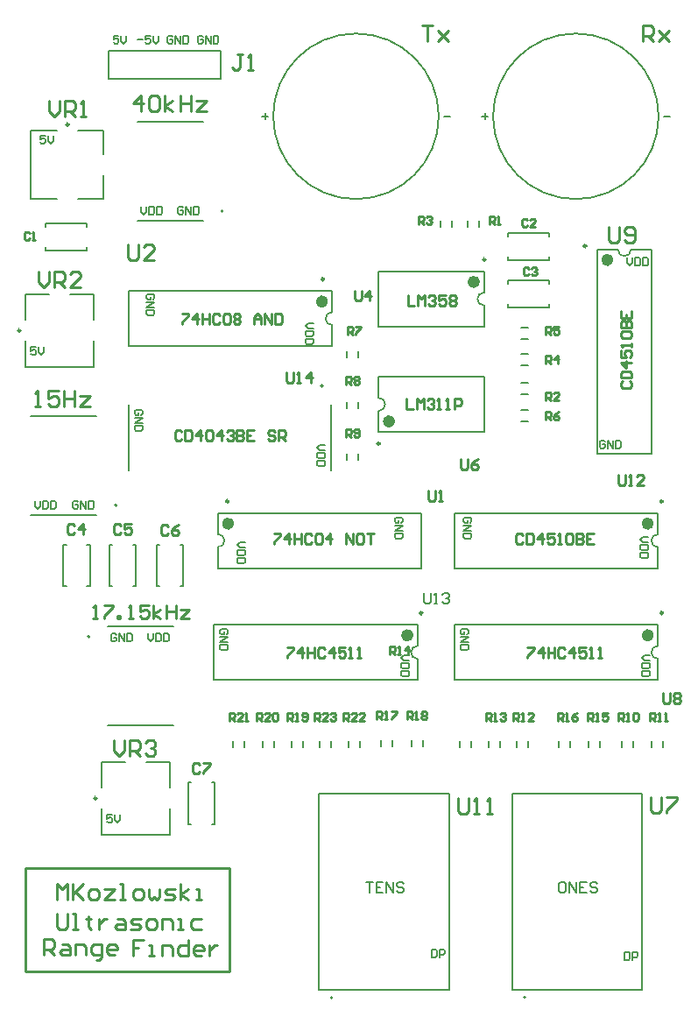
<source format=gbr>
%TF.GenerationSoftware,Altium Limited,Altium Designer,23.5.1 (21)*%
G04 Layer_Color=65535*
%FSLAX45Y45*%
%MOMM*%
%TF.SameCoordinates,7ECB1A03-3DEC-426C-BD6E-5A7E68E82EE6*%
%TF.FilePolarity,Positive*%
%TF.FileFunction,Legend,Top*%
%TF.Part,Single*%
G01*
G75*
%TA.AperFunction,NonConductor*%
%ADD32C,0.20000*%
%ADD33C,0.25000*%
%ADD34C,0.60000*%
%ADD35C,0.12700*%
%ADD36C,0.15000*%
%ADD37C,0.25400*%
%ADD38C,0.15200*%
%ADD39C,0.15240*%
D32*
X6496800Y3543300D02*
G03*
X6496800Y3416300I0J-63500D01*
G01*
X2240800Y4495800D02*
G03*
X2240800Y4622800I0J63500D01*
G01*
X3256700Y6056700D02*
G03*
X3256700Y6056700I-10000J0D01*
G01*
X1266100Y4902200D02*
G03*
X1266100Y4902200I-10000J0D01*
G01*
X3350100Y143400D02*
G03*
X3350100Y143400I-10000J0D01*
G01*
X5217000D02*
G03*
X5217000Y143400I-10000J0D01*
G01*
X1001800Y3632200D02*
G03*
X1001800Y3632200I-10000J0D01*
G01*
X2291500Y7747000D02*
G03*
X2291500Y7747000I-10000J0D01*
G01*
X4172700Y3543300D02*
G03*
X4172700Y3416300I0J-63500D01*
G01*
X3347200Y6769100D02*
G03*
X3347200Y6642100I0J-63500D01*
G01*
X6108700Y7373100D02*
G03*
X6235700Y7373100I63500J0D01*
G01*
X6496800Y4622800D02*
G03*
X6496800Y4495800I0J-63500D01*
G01*
X3795300Y5813725D02*
G03*
X3795300Y5940725I0J63500D01*
G01*
X4815300Y6959600D02*
G03*
X4815300Y6832600I0J-63500D01*
G01*
X4526800Y3744800D02*
X6496800D01*
X4526800Y3214800D02*
X6496800D01*
Y3543300D02*
Y3744800D01*
Y3214800D02*
Y3416300D01*
X4526800Y3214800D02*
Y3744800D01*
X4210800Y4294300D02*
Y4824300D01*
X2240800Y4294300D02*
Y4495800D01*
Y4622800D02*
Y4824300D01*
Y4294300D02*
X4210800D01*
X2240800Y4824300D02*
X4210800D01*
X2180300Y2221300D02*
X2212800D01*
X1952800D02*
X1985300D01*
X1952800Y1821300D02*
Y2221300D01*
X2180300Y1821300D02*
X2212800D01*
X1952800D02*
X1985300D01*
X2212800D02*
Y2221300D01*
X2202700Y3744800D02*
X4172700D01*
X2202700Y3214800D02*
X4172700D01*
Y3543300D02*
Y3744800D01*
Y3214800D02*
Y3416300D01*
X2202700Y3214800D02*
Y3744800D01*
X1377200Y6970600D02*
X3347200D01*
X1377200Y6440600D02*
X3347200D01*
Y6769100D02*
Y6970600D01*
Y6440600D02*
Y6642100D01*
X1377200Y6440600D02*
Y6970600D01*
X381200Y6238300D02*
X1041200D01*
X381200D02*
Y6488800D01*
Y6693800D02*
Y6937300D01*
X1041200Y6693800D02*
Y6937300D01*
Y6238300D02*
Y6488800D01*
X381200Y6937300D02*
X608700D01*
X813700D02*
X1041200D01*
X434400Y7861500D02*
Y8521500D01*
X684900D01*
X889900D02*
X1133400D01*
X889900Y7861500D02*
X1133400D01*
X434400D02*
X684900D01*
X1133400Y8294000D02*
Y8521500D01*
Y7861500D02*
Y8089000D01*
X1117800Y1717100D02*
X1777800D01*
X1117800D02*
Y1967600D01*
Y2172600D02*
Y2416100D01*
X1777800Y2172600D02*
Y2416100D01*
Y1717100D02*
Y1967600D01*
X1117800Y2416100D02*
X1345300D01*
X1550300D02*
X1777800D01*
X5907200Y5403100D02*
Y7373100D01*
X6437200Y5403100D02*
Y7373100D01*
X5907200D02*
X6108700D01*
X6235700D02*
X6437200D01*
X5907200Y5403100D02*
X6437200D01*
X5045100Y7501600D02*
Y7534100D01*
Y7274100D02*
Y7306600D01*
Y7274100D02*
X5445100D01*
Y7501600D02*
Y7534100D01*
Y7274100D02*
Y7306600D01*
X5045100Y7534100D02*
X5445100D01*
X5045100Y7044400D02*
Y7076900D01*
Y6816900D02*
Y6849400D01*
Y6816900D02*
X5445100D01*
Y7044400D02*
Y7076900D01*
Y6816900D02*
Y6849400D01*
X5045100Y7076900D02*
X5445100D01*
X4526800Y4824300D02*
X6496800D01*
X4526800Y4294300D02*
X6496800D01*
Y4622800D02*
Y4824300D01*
Y4294300D02*
Y4495800D01*
X4526800Y4294300D02*
Y4824300D01*
X4815300Y5612226D02*
Y6142225D01*
X3795300Y5940725D02*
Y6142225D01*
Y5612226D02*
Y5813725D01*
Y6142225D02*
X4815300D01*
X3795300Y5612226D02*
X4815300D01*
X3795300Y6631100D02*
Y7161100D01*
X4815300Y6631100D02*
Y6832600D01*
Y6959600D02*
Y7161100D01*
X3795300Y6631100D02*
X4815300D01*
X3795300Y7161100D02*
X4815300D01*
X1875500Y4520000D02*
X1908000D01*
X1648000D02*
X1680500D01*
X1648000Y4120000D02*
Y4520000D01*
X1875500Y4120000D02*
X1908000D01*
X1648000D02*
X1680500D01*
X1908000D02*
Y4520000D01*
X1418300D02*
X1450800D01*
X1190800D02*
X1223300D01*
X1190800Y4120000D02*
Y4520000D01*
X1418300Y4120000D02*
X1450800D01*
X1190800D02*
X1223300D01*
X1450800D02*
Y4520000D01*
X973800D02*
X1006300D01*
X746300D02*
X778800D01*
X746300Y4120000D02*
Y4520000D01*
X973800Y4120000D02*
X1006300D01*
X746300D02*
X778800D01*
X1006300D02*
Y4520000D01*
X974700Y7363000D02*
Y7395500D01*
Y7590500D02*
Y7623000D01*
X574700D02*
X974700D01*
X574700Y7363000D02*
Y7395500D01*
Y7590500D02*
Y7623000D01*
Y7363000D02*
X974700D01*
X1181700Y9291700D02*
X2272700D01*
Y9021700D02*
Y9291700D01*
X1181700Y9021700D02*
X2272700D01*
X1181700D02*
Y9291700D01*
X4231140Y4050484D02*
Y3967177D01*
X4247802Y3950516D01*
X4281124D01*
X4297785Y3967177D01*
Y4050484D01*
X4331108Y3950516D02*
X4364431D01*
X4347770D01*
Y4050484D01*
X4331108Y4033823D01*
X4414415D02*
X4431076Y4050484D01*
X4464398D01*
X4481060Y4033823D01*
Y4017161D01*
X4464398Y4000500D01*
X4447737D01*
X4464398D01*
X4481060Y3983839D01*
Y3967177D01*
X4464398Y3950516D01*
X4431076D01*
X4414415Y3967177D01*
D33*
X6543300Y3860800D02*
G03*
X6543300Y3860800I-12500J0D01*
G01*
X2346300Y4940300D02*
G03*
X2346300Y4940300I-12500J0D01*
G01*
X4219200Y3860800D02*
G03*
X4219200Y3860800I-12500J0D01*
G01*
X3266700Y7086600D02*
G03*
X3266700Y7086600I-12500J0D01*
G01*
X333700Y6591300D02*
G03*
X333700Y6591300I-12500J0D01*
G01*
X799900Y8581500D02*
G03*
X799900Y8581500I-12500J0D01*
G01*
X1070300Y2070100D02*
G03*
X1070300Y2070100I-12500J0D01*
G01*
X5803700Y7407100D02*
G03*
X5803700Y7407100I-12500J0D01*
G01*
X6543300Y4940300D02*
G03*
X6543300Y4940300I-12500J0D01*
G01*
X3806800Y5496225D02*
G03*
X3806800Y5496225I-12500J0D01*
G01*
X4828800Y7277100D02*
G03*
X4828800Y7277100I-12500J0D01*
G01*
D34*
X6426800Y3644800D02*
G03*
X6426800Y3644800I-30000J0D01*
G01*
X2370800Y4724300D02*
G03*
X2370800Y4724300I-30000J0D01*
G01*
X4102700Y3644800D02*
G03*
X4102700Y3644800I-30000J0D01*
G01*
X3277200Y6870600D02*
G03*
X3277200Y6870600I-30000J0D01*
G01*
X6037200Y7273100D02*
G03*
X6037200Y7273100I-30000J0D01*
G01*
X6426800Y4724300D02*
G03*
X6426800Y4724300I-30000J0D01*
G01*
X3925300Y5712226D02*
G03*
X3925300Y5712226I-30000J0D01*
G01*
X4745300Y7061100D02*
G03*
X4745300Y7061100I-30000J0D01*
G01*
D35*
X4376700Y8661400D02*
G03*
X4376700Y8661400I-800000J0D01*
G01*
X6502300D02*
G03*
X6502300Y8661400I-800000J0D01*
G01*
X1380200Y5235700D02*
Y5870700D01*
X3335200Y5235700D02*
Y5870700D01*
X435100Y5762700D02*
X1070100D01*
X435100Y4803700D02*
X1070100D01*
X3218100Y218400D02*
X4478100D01*
Y2118400D01*
X3218100D02*
X4478100D01*
X3218100Y218400D02*
Y2118400D01*
X5085000Y218400D02*
X6345000D01*
Y2118400D01*
X5085000D02*
X6345000D01*
X5085000Y218400D02*
Y2118400D01*
X1177800Y2771700D02*
X1812800D01*
X1177800Y3730700D02*
X1812800D01*
X1460500Y8607500D02*
X2095500D01*
X1460500Y7648500D02*
X2095500D01*
X4426700Y8661400D02*
X4486700D01*
X2666700D02*
X2726700D01*
X2696700Y8631400D02*
Y8691400D01*
X6552300Y8661400D02*
X6612300D01*
X4792300D02*
X4852300D01*
X4822300Y8631400D02*
Y8691400D01*
X6172200Y584175D02*
Y508000D01*
X6210288D01*
X6222983Y520696D01*
Y571479D01*
X6210288Y584175D01*
X6172200D01*
X6248375Y508000D02*
Y584175D01*
X6286463D01*
X6299159Y571479D01*
Y546088D01*
X6286463Y533392D01*
X6248375D01*
X4305300Y609575D02*
Y533400D01*
X4343388D01*
X4356083Y546096D01*
Y596879D01*
X4343388Y609575D01*
X4305300D01*
X4381475Y533400D02*
Y609575D01*
X4419563D01*
X4432259Y596879D01*
Y571488D01*
X4419563Y558792D01*
X4381475D01*
D36*
X5177000Y5710800D02*
X5237000D01*
X5177000Y5820800D02*
X5237000D01*
X4690500Y2560800D02*
Y2620800D01*
X4580500Y2560800D02*
Y2620800D01*
X4969900Y2560800D02*
Y2620800D01*
X4859900Y2560800D02*
Y2620800D01*
X5236600Y2560800D02*
Y2620800D01*
X5126600Y2560800D02*
Y2620800D01*
X5935100Y2560800D02*
Y2620800D01*
X5825100Y2560800D02*
Y2620800D01*
X5643000Y2560800D02*
Y2620800D01*
X5533000Y2560800D02*
Y2620800D01*
X3598300Y5341000D02*
Y5401000D01*
X3488300Y5341000D02*
Y5401000D01*
X3598300Y5837400D02*
Y5897400D01*
X3488300Y5837400D02*
Y5897400D01*
X3598300Y6332700D02*
Y6392700D01*
X3488300Y6332700D02*
Y6392700D01*
X5176900Y6366900D02*
X5236900D01*
X5176900Y6256900D02*
X5236900D01*
X5176900Y6620900D02*
X5236900D01*
X5176900Y6510900D02*
X5236900D01*
X4766700Y7590000D02*
Y7650000D01*
X4656700Y7590000D02*
Y7650000D01*
X4500000Y7590000D02*
Y7650000D01*
X4390000Y7590000D02*
Y7650000D01*
X5177000Y5977500D02*
X5237000D01*
X5177000Y6087500D02*
X5237000D01*
X6544700Y2560800D02*
Y2620800D01*
X6434700Y2560800D02*
Y2620800D01*
X6252600Y2560800D02*
Y2620800D01*
X6142600Y2560800D02*
Y2620800D01*
X3331600Y2560900D02*
Y2620900D01*
X3221600Y2560900D02*
Y2620900D01*
X2493400Y2560900D02*
Y2620900D01*
X2383400Y2560900D02*
Y2620900D01*
X2785500Y2560900D02*
Y2620900D01*
X2675500Y2560900D02*
Y2620900D01*
X3064900Y2560900D02*
Y2620900D01*
X2954900Y2560900D02*
Y2620900D01*
X3928500Y2573500D02*
Y2633500D01*
X3818500Y2573500D02*
Y2633500D01*
X4220600Y2573500D02*
Y2633500D01*
X4110600Y2573500D02*
Y2633500D01*
X3611000Y2560800D02*
Y2620800D01*
X3501000Y2560800D02*
Y2620800D01*
D37*
X381000Y393700D02*
Y1397000D01*
X2349500Y1397000D01*
X381000Y393700D02*
X2349500Y393700D01*
Y1397000D01*
X6350041Y9385325D02*
Y9537675D01*
X6426217D01*
X6451608Y9512283D01*
Y9461500D01*
X6426217Y9436108D01*
X6350041D01*
X6400825D02*
X6451608Y9385325D01*
X6502392Y9486892D02*
X6603959Y9385325D01*
X6553175Y9436108D01*
X6603959Y9486892D01*
X6502392Y9385325D01*
X5192045Y4608706D02*
X5175384Y4625368D01*
X5142061D01*
X5125400Y4608706D01*
Y4542061D01*
X5142061Y4525400D01*
X5175384D01*
X5192045Y4542061D01*
X5225368Y4625368D02*
Y4525400D01*
X5275352D01*
X5292013Y4542061D01*
Y4608706D01*
X5275352Y4625368D01*
X5225368D01*
X5375319Y4525400D02*
Y4625368D01*
X5325336Y4575384D01*
X5391981D01*
X5491948Y4625368D02*
X5425303D01*
Y4575384D01*
X5458626Y4592045D01*
X5475287D01*
X5491948Y4575384D01*
Y4542061D01*
X5475287Y4525400D01*
X5441965D01*
X5425303Y4542061D01*
X5525271Y4525400D02*
X5558594D01*
X5541933D01*
Y4625368D01*
X5525271Y4608706D01*
X5608578D02*
X5625239Y4625368D01*
X5658561D01*
X5675223Y4608706D01*
Y4542061D01*
X5658561Y4525400D01*
X5625239D01*
X5608578Y4542061D01*
Y4608706D01*
X5708545Y4625368D02*
Y4525400D01*
X5758529D01*
X5775190Y4542061D01*
Y4558722D01*
X5758529Y4575384D01*
X5708545D01*
X5758529D01*
X5775190Y4592045D01*
Y4608706D01*
X5758529Y4625368D01*
X5708545D01*
X5875158D02*
X5808513D01*
Y4525400D01*
X5875158D01*
X5808513Y4575384D02*
X5841836D01*
X4216441Y9537675D02*
X4318008D01*
X4267225D01*
Y9385325D01*
X4368792Y9486892D02*
X4470359Y9385325D01*
X4419575Y9436108D01*
X4470359Y9486892D01*
X4368792Y9385325D01*
X6546094Y3085284D02*
Y3001977D01*
X6562755Y2985316D01*
X6596077D01*
X6612739Y3001977D01*
Y3085284D01*
X6646061Y3068623D02*
X6662723Y3085284D01*
X6696045D01*
X6712706Y3068623D01*
Y3051961D01*
X6696045Y3035300D01*
X6712706Y3018639D01*
Y3001977D01*
X6696045Y2985316D01*
X6662723D01*
X6646061Y3001977D01*
Y3018639D01*
X6662723Y3035300D01*
X6646061Y3051961D01*
Y3068623D01*
X6662723Y3035300D02*
X6696045D01*
X4276755Y5041084D02*
Y4957777D01*
X4293416Y4941116D01*
X4326739D01*
X4343400Y4957777D01*
Y5041084D01*
X4376723Y4941116D02*
X4410045D01*
X4393384D01*
Y5041084D01*
X4376723Y5024423D01*
X2905840Y6184084D02*
Y6100777D01*
X2922502Y6084116D01*
X2955824D01*
X2972485Y6100777D01*
Y6184084D01*
X3005808Y6084116D02*
X3039131D01*
X3022469D01*
Y6184084D01*
X3005808Y6167423D01*
X3139098Y6084116D02*
Y6184084D01*
X3089114Y6134100D01*
X3155760D01*
X473286Y5854725D02*
X524070D01*
X498678D01*
Y6007075D01*
X473286Y5981683D01*
X701812Y6007075D02*
X600245D01*
Y5930900D01*
X651029Y5956292D01*
X676421D01*
X701812Y5930900D01*
Y5880117D01*
X676421Y5854725D01*
X625637D01*
X600245Y5880117D01*
X752596Y6007075D02*
Y5854725D01*
Y5930900D01*
X854163D01*
Y6007075D01*
Y5854725D01*
X904947Y5956292D02*
X1006514D01*
X904947Y5854725D01*
X1006514D01*
X685800Y1092200D02*
Y1244551D01*
X736583Y1193767D01*
X787367Y1244551D01*
Y1092200D01*
X838151Y1244551D02*
Y1092200D01*
Y1142983D01*
X939718Y1244551D01*
X863543Y1168375D01*
X939718Y1092200D01*
X1015893D02*
X1066677D01*
X1092069Y1117592D01*
Y1168375D01*
X1066677Y1193767D01*
X1015893D01*
X990501Y1168375D01*
Y1117592D01*
X1015893Y1092200D01*
X1142852Y1193767D02*
X1244419D01*
X1142852Y1092200D01*
X1244419D01*
X1295203D02*
X1345986D01*
X1320595D01*
Y1244551D01*
X1295203D01*
X1447554Y1092200D02*
X1498337D01*
X1523729Y1117592D01*
Y1168375D01*
X1498337Y1193767D01*
X1447554D01*
X1422162Y1168375D01*
Y1117592D01*
X1447554Y1092200D01*
X1574512Y1193767D02*
Y1117592D01*
X1599904Y1092200D01*
X1625296Y1117592D01*
X1650688Y1092200D01*
X1676080Y1117592D01*
Y1193767D01*
X1726863Y1092200D02*
X1803039D01*
X1828430Y1117592D01*
X1803039Y1142983D01*
X1752255D01*
X1726863Y1168375D01*
X1752255Y1193767D01*
X1828430D01*
X1879214Y1092200D02*
Y1244551D01*
Y1142983D02*
X1955389Y1193767D01*
X1879214Y1142983D02*
X1955389Y1092200D01*
X2031565D02*
X2082348D01*
X2056957D01*
Y1193767D01*
X2031565D01*
X558800Y558783D02*
Y711134D01*
X634975D01*
X660367Y685742D01*
Y634959D01*
X634975Y609567D01*
X558800D01*
X609583D02*
X660367Y558783D01*
X736543Y660351D02*
X787326D01*
X812718Y634959D01*
Y558783D01*
X736543D01*
X711151Y584175D01*
X736543Y609567D01*
X812718D01*
X863501Y558783D02*
Y660351D01*
X939677D01*
X965069Y634959D01*
Y558783D01*
X1066636Y508000D02*
X1092028D01*
X1117419Y533392D01*
Y660351D01*
X1041244D01*
X1015852Y634959D01*
Y584175D01*
X1041244Y558783D01*
X1117419D01*
X1244378D02*
X1193595D01*
X1168203Y584175D01*
Y634959D01*
X1193595Y660351D01*
X1244378D01*
X1269770Y634959D01*
Y609567D01*
X1168203D01*
X685800Y952451D02*
Y825492D01*
X711192Y800100D01*
X761975D01*
X787367Y825492D01*
Y952451D01*
X838151Y800100D02*
X888934D01*
X863543D01*
Y952451D01*
X838151D01*
X990501Y927059D02*
Y901667D01*
X965110D01*
X1015893D01*
X990501D01*
Y825492D01*
X1015893Y800100D01*
X1092068Y901667D02*
Y800100D01*
Y850883D01*
X1117460Y876275D01*
X1142852Y901667D01*
X1168244D01*
X1269811D02*
X1320595D01*
X1345986Y876275D01*
Y800100D01*
X1269811D01*
X1244419Y825492D01*
X1269811Y850883D01*
X1345986D01*
X1396770Y800100D02*
X1472945D01*
X1498337Y825492D01*
X1472945Y850883D01*
X1422162D01*
X1396770Y876275D01*
X1422162Y901667D01*
X1498337D01*
X1574512Y800100D02*
X1625296D01*
X1650688Y825492D01*
Y876275D01*
X1625296Y901667D01*
X1574512D01*
X1549121Y876275D01*
Y825492D01*
X1574512Y800100D01*
X1701471D02*
Y901667D01*
X1777647D01*
X1803039Y876275D01*
Y800100D01*
X1853822D02*
X1904606D01*
X1879214D01*
Y901667D01*
X1853822D01*
X2082348D02*
X2006173D01*
X1980781Y876275D01*
Y825492D01*
X2006173Y800100D01*
X2082348D01*
X1523967Y698451D02*
X1422400D01*
Y622275D01*
X1473183D01*
X1422400D01*
Y546100D01*
X1574751D02*
X1625534D01*
X1600143D01*
Y647667D01*
X1574751D01*
X1701710Y546100D02*
Y647667D01*
X1777885D01*
X1803277Y622275D01*
Y546100D01*
X1955628Y698451D02*
Y546100D01*
X1879452D01*
X1854060Y571492D01*
Y622275D01*
X1879452Y647667D01*
X1955628D01*
X2082586Y546100D02*
X2031803D01*
X2006411Y571492D01*
Y622275D01*
X2031803Y647667D01*
X2082586D01*
X2107978Y622275D01*
Y596883D01*
X2006411D01*
X2158762Y647667D02*
Y546100D01*
Y596883D01*
X2184154Y622275D01*
X2209545Y647667D01*
X2234937D01*
X2908300Y3528968D02*
X2974945D01*
Y3512306D01*
X2908300Y3445661D01*
Y3429000D01*
X3058252D02*
Y3528968D01*
X3008268Y3478984D01*
X3074913D01*
X3108236Y3528968D02*
Y3429000D01*
Y3478984D01*
X3174881D01*
Y3528968D01*
Y3429000D01*
X3274848Y3512306D02*
X3258187Y3528968D01*
X3224865D01*
X3208203Y3512306D01*
Y3445661D01*
X3224865Y3429000D01*
X3258187D01*
X3274848Y3445661D01*
X3358155Y3429000D02*
Y3528968D01*
X3308171Y3478984D01*
X3374816D01*
X3474784Y3528968D02*
X3408139D01*
Y3478984D01*
X3441461Y3495645D01*
X3458123D01*
X3474784Y3478984D01*
Y3445661D01*
X3458123Y3429000D01*
X3424800D01*
X3408139Y3445661D01*
X3508107Y3429000D02*
X3541429D01*
X3524768D01*
Y3528968D01*
X3508107Y3512306D01*
X3591413Y3429000D02*
X3624736D01*
X3608075D01*
Y3528968D01*
X3591413Y3512306D01*
X5232400Y3528968D02*
X5299045D01*
Y3512306D01*
X5232400Y3445661D01*
Y3429000D01*
X5382352D02*
Y3528968D01*
X5332368Y3478984D01*
X5399013D01*
X5432336Y3528968D02*
Y3429000D01*
Y3478984D01*
X5498981D01*
Y3528968D01*
Y3429000D01*
X5598948Y3512306D02*
X5582287Y3528968D01*
X5548965D01*
X5532303Y3512306D01*
Y3445661D01*
X5548965Y3429000D01*
X5582287D01*
X5598948Y3445661D01*
X5682255Y3429000D02*
Y3528968D01*
X5632271Y3478984D01*
X5698916D01*
X5798884Y3528968D02*
X5732239D01*
Y3478984D01*
X5765561Y3495645D01*
X5782223D01*
X5798884Y3478984D01*
Y3445661D01*
X5782223Y3429000D01*
X5748900D01*
X5732239Y3445661D01*
X5832207Y3429000D02*
X5865529D01*
X5848868D01*
Y3528968D01*
X5832207Y3512306D01*
X5915513Y3429000D02*
X5948836D01*
X5932175D01*
Y3528968D01*
X5915513Y3512306D01*
X4064000Y5929268D02*
Y5829300D01*
X4130645D01*
X4163968D02*
Y5929268D01*
X4197290Y5895945D01*
X4230613Y5929268D01*
Y5829300D01*
X4263936Y5912606D02*
X4280597Y5929268D01*
X4313919D01*
X4330581Y5912606D01*
Y5895945D01*
X4313919Y5879284D01*
X4297258D01*
X4313919D01*
X4330581Y5862623D01*
Y5845961D01*
X4313919Y5829300D01*
X4280597D01*
X4263936Y5845961D01*
X4363903Y5829300D02*
X4397226D01*
X4380565D01*
Y5929268D01*
X4363903Y5912606D01*
X4447210Y5829300D02*
X4480532D01*
X4463871D01*
Y5929268D01*
X4447210Y5912606D01*
X4530516Y5829300D02*
Y5929268D01*
X4580500D01*
X4597161Y5912606D01*
Y5879284D01*
X4580500Y5862623D01*
X4530516D01*
X4076700Y6932568D02*
Y6832600D01*
X4143345D01*
X4176668D02*
Y6932568D01*
X4209990Y6899245D01*
X4243313Y6932568D01*
Y6832600D01*
X4276636Y6915906D02*
X4293297Y6932568D01*
X4326619D01*
X4343281Y6915906D01*
Y6899245D01*
X4326619Y6882584D01*
X4309958D01*
X4326619D01*
X4343281Y6865923D01*
Y6849261D01*
X4326619Y6832600D01*
X4293297D01*
X4276636Y6849261D01*
X4443248Y6932568D02*
X4376603D01*
Y6882584D01*
X4409926Y6899245D01*
X4426587D01*
X4443248Y6882584D01*
Y6849261D01*
X4426587Y6832600D01*
X4393265D01*
X4376603Y6849261D01*
X4476571Y6915906D02*
X4493233Y6932568D01*
X4526555D01*
X4543216Y6915906D01*
Y6899245D01*
X4526555Y6882584D01*
X4543216Y6865923D01*
Y6849261D01*
X4526555Y6832600D01*
X4493233D01*
X4476571Y6849261D01*
Y6865923D01*
X4493233Y6882584D01*
X4476571Y6899245D01*
Y6915906D01*
X4493233Y6882584D02*
X4526555D01*
X2781300Y4625368D02*
X2847945D01*
Y4608706D01*
X2781300Y4542061D01*
Y4525400D01*
X2931252D02*
Y4625368D01*
X2881268Y4575384D01*
X2947913D01*
X2981236Y4625368D02*
Y4525400D01*
Y4575384D01*
X3047881D01*
Y4625368D01*
Y4525400D01*
X3147848Y4608706D02*
X3131187Y4625368D01*
X3097865D01*
X3081203Y4608706D01*
Y4542061D01*
X3097865Y4525400D01*
X3131187D01*
X3147848Y4542061D01*
X3181171Y4608706D02*
X3197833Y4625368D01*
X3231155D01*
X3247816Y4608706D01*
Y4542061D01*
X3231155Y4525400D01*
X3197833D01*
X3181171Y4542061D01*
Y4608706D01*
X3331123Y4525400D02*
Y4625368D01*
X3281139Y4575384D01*
X3347784D01*
X3481075Y4525400D02*
Y4625368D01*
X3547720Y4525400D01*
Y4625368D01*
X3631026D02*
X3597704D01*
X3581042Y4608706D01*
Y4542061D01*
X3597704Y4525400D01*
X3631026D01*
X3647687Y4542061D01*
Y4608706D01*
X3631026Y4625368D01*
X3681010D02*
X3747655D01*
X3714333D01*
Y4525400D01*
X6152394Y6099145D02*
X6135732Y6082484D01*
Y6049161D01*
X6152394Y6032500D01*
X6219039D01*
X6235700Y6049161D01*
Y6082484D01*
X6219039Y6099145D01*
X6135732Y6132468D02*
X6235700D01*
Y6182452D01*
X6219039Y6199113D01*
X6152394D01*
X6135732Y6182452D01*
Y6132468D01*
X6235700Y6282419D02*
X6135732D01*
X6185716Y6232436D01*
Y6299081D01*
X6135732Y6399048D02*
Y6332403D01*
X6185716D01*
X6169055Y6365726D01*
Y6382387D01*
X6185716Y6399048D01*
X6219039D01*
X6235700Y6382387D01*
Y6349065D01*
X6219039Y6332403D01*
X6235700Y6432371D02*
Y6465694D01*
Y6449033D01*
X6135732D01*
X6152394Y6432371D01*
Y6515678D02*
X6135732Y6532339D01*
Y6565661D01*
X6152394Y6582323D01*
X6219039D01*
X6235700Y6565661D01*
Y6532339D01*
X6219039Y6515678D01*
X6152394D01*
X6135732Y6615645D02*
X6235700D01*
Y6665629D01*
X6219039Y6682290D01*
X6202377D01*
X6185716Y6665629D01*
Y6615645D01*
Y6665629D01*
X6169055Y6682290D01*
X6152394D01*
X6135732Y6665629D01*
Y6615645D01*
Y6782258D02*
Y6715613D01*
X6235700D01*
Y6782258D01*
X6185716Y6715613D02*
Y6748936D01*
X1892045Y5608706D02*
X1875384Y5625368D01*
X1842061D01*
X1825400Y5608706D01*
Y5542061D01*
X1842061Y5525400D01*
X1875384D01*
X1892045Y5542061D01*
X1925368Y5625368D02*
Y5525400D01*
X1975352D01*
X1992013Y5542061D01*
Y5608706D01*
X1975352Y5625368D01*
X1925368D01*
X2075319Y5525400D02*
Y5625368D01*
X2025336Y5575384D01*
X2091981D01*
X2125303Y5608706D02*
X2141965Y5625368D01*
X2175287D01*
X2191948Y5608706D01*
Y5542061D01*
X2175287Y5525400D01*
X2141965D01*
X2125303Y5542061D01*
Y5608706D01*
X2275255Y5525400D02*
Y5625368D01*
X2225271Y5575384D01*
X2291916D01*
X2325239Y5608706D02*
X2341900Y5625368D01*
X2375223D01*
X2391884Y5608706D01*
Y5592045D01*
X2375223Y5575384D01*
X2358561D01*
X2375223D01*
X2391884Y5558722D01*
Y5542061D01*
X2375223Y5525400D01*
X2341900D01*
X2325239Y5542061D01*
X2425207Y5625368D02*
Y5525400D01*
X2475191D01*
X2491852Y5542061D01*
Y5558722D01*
X2475191Y5575384D01*
X2425207D01*
X2475191D01*
X2491852Y5592045D01*
Y5608706D01*
X2475191Y5625368D01*
X2425207D01*
X2591820D02*
X2525175D01*
Y5525400D01*
X2591820D01*
X2525175Y5575384D02*
X2558497D01*
X2791755Y5608706D02*
X2775094Y5625368D01*
X2741772D01*
X2725110Y5608706D01*
Y5592045D01*
X2741772Y5575384D01*
X2775094D01*
X2791755Y5558722D01*
Y5542061D01*
X2775094Y5525400D01*
X2741772D01*
X2725110Y5542061D01*
X2825078Y5525400D02*
Y5625368D01*
X2875062D01*
X2891723Y5608706D01*
Y5575384D01*
X2875062Y5558722D01*
X2825078D01*
X2858400D02*
X2891723Y5525400D01*
X1892300Y6754768D02*
X1958945D01*
Y6738106D01*
X1892300Y6671461D01*
Y6654800D01*
X2042252D02*
Y6754768D01*
X1992268Y6704784D01*
X2058913D01*
X2092236Y6754768D02*
Y6654800D01*
Y6704784D01*
X2158881D01*
Y6754768D01*
Y6654800D01*
X2258848Y6738106D02*
X2242187Y6754768D01*
X2208865D01*
X2192203Y6738106D01*
Y6671461D01*
X2208865Y6654800D01*
X2242187D01*
X2258848Y6671461D01*
X2292171Y6738106D02*
X2308833Y6754768D01*
X2342155D01*
X2358816Y6738106D01*
Y6671461D01*
X2342155Y6654800D01*
X2308833D01*
X2292171Y6671461D01*
Y6738106D01*
X2392139D02*
X2408800Y6754768D01*
X2442123D01*
X2458784Y6738106D01*
Y6721445D01*
X2442123Y6704784D01*
X2458784Y6688123D01*
Y6671461D01*
X2442123Y6654800D01*
X2408800D01*
X2392139Y6671461D01*
Y6688123D01*
X2408800Y6704784D01*
X2392139Y6721445D01*
Y6738106D01*
X2408800Y6704784D02*
X2442123D01*
X2592075Y6654800D02*
Y6721445D01*
X2625397Y6754768D01*
X2658720Y6721445D01*
Y6654800D01*
Y6704784D01*
X2592075D01*
X2692042Y6654800D02*
Y6754768D01*
X2758687Y6654800D01*
Y6754768D01*
X2792010D02*
Y6654800D01*
X2841994D01*
X2858655Y6671461D01*
Y6738106D01*
X2841994Y6754768D01*
X2792010D01*
X5410221Y5727712D02*
Y5803888D01*
X5448308D01*
X5461004Y5791192D01*
Y5765800D01*
X5448308Y5753104D01*
X5410221D01*
X5435612D02*
X5461004Y5727712D01*
X5537179Y5803888D02*
X5511788Y5791192D01*
X5486396Y5765800D01*
Y5740408D01*
X5499092Y5727712D01*
X5524484D01*
X5537179Y5740408D01*
Y5753104D01*
X5524484Y5765800D01*
X5486396D01*
X4070381Y2833213D02*
Y2909388D01*
X4108469D01*
X4121164Y2896692D01*
Y2871300D01*
X4108469Y2858604D01*
X4070381D01*
X4095773D02*
X4121164Y2833213D01*
X4146556D02*
X4171948D01*
X4159252D01*
Y2909388D01*
X4146556Y2896692D01*
X4210036D02*
X4222732Y2909388D01*
X4248124D01*
X4260819Y2896692D01*
Y2883996D01*
X4248124Y2871300D01*
X4260819Y2858604D01*
Y2845908D01*
X4248124Y2833213D01*
X4222732D01*
X4210036Y2845908D01*
Y2858604D01*
X4222732Y2871300D01*
X4210036Y2883996D01*
Y2896692D01*
X4222732Y2871300D02*
X4248124D01*
X2616233Y2820613D02*
Y2896788D01*
X2654321D01*
X2667017Y2884092D01*
Y2858700D01*
X2654321Y2846004D01*
X2616233D01*
X2641625D02*
X2667017Y2820613D01*
X2743192D02*
X2692408D01*
X2743192Y2871396D01*
Y2884092D01*
X2730496Y2896788D01*
X2705104D01*
X2692408Y2884092D01*
X2768584D02*
X2781280Y2896788D01*
X2806672D01*
X2819367Y2884092D01*
Y2833309D01*
X2806672Y2820613D01*
X2781280D01*
X2768584Y2833309D01*
Y2884092D01*
X5819140Y2819400D02*
Y2895575D01*
X5857228D01*
X5869923Y2882879D01*
Y2857488D01*
X5857228Y2844792D01*
X5819140D01*
X5844532D02*
X5869923Y2819400D01*
X5895315D02*
X5920707D01*
X5908011D01*
Y2895575D01*
X5895315Y2882879D01*
X6009578Y2895575D02*
X5958795D01*
Y2857488D01*
X5984187Y2870183D01*
X5996883D01*
X6009578Y2857488D01*
Y2832096D01*
X5996883Y2819400D01*
X5971491D01*
X5958795Y2832096D01*
X2349529Y2820613D02*
Y2896788D01*
X2387617D01*
X2400312Y2884092D01*
Y2858700D01*
X2387617Y2846004D01*
X2349529D01*
X2374921D02*
X2400312Y2820613D01*
X2476488D02*
X2425704D01*
X2476488Y2871396D01*
Y2884092D01*
X2463792Y2896788D01*
X2438400D01*
X2425704Y2884092D01*
X2501879Y2820613D02*
X2527271D01*
X2514575D01*
Y2896788D01*
X2501879Y2884092D01*
X6115081Y2820513D02*
Y2896688D01*
X6153169D01*
X6165864Y2883992D01*
Y2858600D01*
X6153169Y2845904D01*
X6115081D01*
X6140473D02*
X6165864Y2820513D01*
X6191256D02*
X6216648D01*
X6203952D01*
Y2896688D01*
X6191256Y2883992D01*
X6254736D02*
X6267432Y2896688D01*
X6292824D01*
X6305519Y2883992D01*
Y2833208D01*
X6292824Y2820513D01*
X6267432D01*
X6254736Y2833208D01*
Y2883992D01*
X5527040Y2819412D02*
Y2895588D01*
X5565128D01*
X5577823Y2882892D01*
Y2857500D01*
X5565128Y2844804D01*
X5527040D01*
X5552432D02*
X5577823Y2819412D01*
X5603215D02*
X5628607D01*
X5615911D01*
Y2895588D01*
X5603215Y2882892D01*
X5717478Y2895588D02*
X5692087Y2882892D01*
X5666695Y2857500D01*
Y2832108D01*
X5679391Y2819412D01*
X5704783D01*
X5717478Y2832108D01*
Y2844804D01*
X5704783Y2857500D01*
X5666695D01*
X6419877Y2820513D02*
Y2896688D01*
X6457964D01*
X6470660Y2883992D01*
Y2858600D01*
X6457964Y2845904D01*
X6419877D01*
X6445269D02*
X6470660Y2820513D01*
X6496052D02*
X6521444D01*
X6508748D01*
Y2896688D01*
X6496052Y2883992D01*
X6559531Y2820513D02*
X6584923D01*
X6572227D01*
Y2896688D01*
X6559531Y2883992D01*
X5099081Y2819412D02*
Y2895588D01*
X5137169D01*
X5149864Y2882892D01*
Y2857500D01*
X5137169Y2844804D01*
X5099081D01*
X5124473D02*
X5149864Y2819412D01*
X5175256D02*
X5200648D01*
X5187952D01*
Y2895588D01*
X5175256Y2882892D01*
X5289519Y2819412D02*
X5238736D01*
X5289519Y2870196D01*
Y2882892D01*
X5276824Y2895588D01*
X5251432D01*
X5238736Y2882892D01*
X3778281Y2833213D02*
Y2909388D01*
X3816369D01*
X3829064Y2896692D01*
Y2871300D01*
X3816369Y2858604D01*
X3778281D01*
X3803673D02*
X3829064Y2833213D01*
X3854456D02*
X3879848D01*
X3867152D01*
Y2909388D01*
X3854456Y2896692D01*
X3917936Y2909388D02*
X3968719D01*
Y2896692D01*
X3917936Y2845908D01*
Y2833213D01*
X4832381Y2819412D02*
Y2895588D01*
X4870469D01*
X4883164Y2882892D01*
Y2857500D01*
X4870469Y2844804D01*
X4832381D01*
X4857773D02*
X4883164Y2819412D01*
X4908556D02*
X4933948D01*
X4921252D01*
Y2895588D01*
X4908556Y2882892D01*
X4972036D02*
X4984732Y2895588D01*
X5010124D01*
X5022819Y2882892D01*
Y2870196D01*
X5010124Y2857500D01*
X4997428D01*
X5010124D01*
X5022819Y2844804D01*
Y2832108D01*
X5010124Y2819412D01*
X4984732D01*
X4972036Y2832108D01*
X3454433Y2820513D02*
Y2896688D01*
X3492521D01*
X3505217Y2883992D01*
Y2858600D01*
X3492521Y2845904D01*
X3454433D01*
X3479825D02*
X3505217Y2820513D01*
X3581392D02*
X3530608D01*
X3581392Y2871296D01*
Y2883992D01*
X3568696Y2896688D01*
X3543304D01*
X3530608Y2883992D01*
X3657567Y2820513D02*
X3606784D01*
X3657567Y2871296D01*
Y2883992D01*
X3644872Y2896688D01*
X3619480D01*
X3606784Y2883992D01*
X3175033Y2820613D02*
Y2896788D01*
X3213121D01*
X3225817Y2884092D01*
Y2858700D01*
X3213121Y2846004D01*
X3175033D01*
X3200425D02*
X3225817Y2820613D01*
X3301992D02*
X3251208D01*
X3301992Y2871396D01*
Y2884092D01*
X3289296Y2896788D01*
X3263904D01*
X3251208Y2884092D01*
X3327384D02*
X3340080Y2896788D01*
X3365472D01*
X3378167Y2884092D01*
Y2871396D01*
X3365472Y2858700D01*
X3352776D01*
X3365472D01*
X3378167Y2846004D01*
Y2833309D01*
X3365472Y2820613D01*
X3340080D01*
X3327384Y2833309D01*
X5410221Y6273812D02*
Y6349988D01*
X5448308D01*
X5461004Y6337292D01*
Y6311900D01*
X5448308Y6299204D01*
X5410221D01*
X5435612D02*
X5461004Y6273812D01*
X5524484D02*
Y6349988D01*
X5486396Y6311900D01*
X5537179D01*
X4864117Y7620012D02*
Y7696188D01*
X4902204D01*
X4914900Y7683492D01*
Y7658100D01*
X4902204Y7645404D01*
X4864117D01*
X4889508D02*
X4914900Y7620012D01*
X4940292D02*
X4965684D01*
X4952988D01*
Y7696188D01*
X4940292Y7683492D01*
X5410221Y5918212D02*
Y5994388D01*
X5448308D01*
X5461004Y5981692D01*
Y5956300D01*
X5448308Y5943604D01*
X5410221D01*
X5435612D02*
X5461004Y5918212D01*
X5537179D02*
X5486396D01*
X5537179Y5968996D01*
Y5981692D01*
X5524484Y5994388D01*
X5499092D01*
X5486396Y5981692D01*
X3479821Y6070612D02*
Y6146788D01*
X3517908D01*
X3530604Y6134092D01*
Y6108700D01*
X3517908Y6096004D01*
X3479821D01*
X3505212D02*
X3530604Y6070612D01*
X3555996Y6134092D02*
X3568692Y6146788D01*
X3594084D01*
X3606779Y6134092D01*
Y6121396D01*
X3594084Y6108700D01*
X3606779Y6096004D01*
Y6083308D01*
X3594084Y6070612D01*
X3568692D01*
X3555996Y6083308D01*
Y6096004D01*
X3568692Y6108700D01*
X3555996Y6121396D01*
Y6134092D01*
X3568692Y6108700D02*
X3594084D01*
X3479821Y5561512D02*
Y5637688D01*
X3517908D01*
X3530604Y5624992D01*
Y5599600D01*
X3517908Y5586904D01*
X3479821D01*
X3505212D02*
X3530604Y5561512D01*
X3555996Y5574208D02*
X3568692Y5561512D01*
X3594084D01*
X3606779Y5574208D01*
Y5624992D01*
X3594084Y5637688D01*
X3568692D01*
X3555996Y5624992D01*
Y5612296D01*
X3568692Y5599600D01*
X3606779D01*
X3904781Y3461913D02*
Y3538088D01*
X3942869D01*
X3955564Y3525392D01*
Y3500000D01*
X3942869Y3487304D01*
X3904781D01*
X3930173D02*
X3955564Y3461913D01*
X3980956D02*
X4006348D01*
X3993652D01*
Y3538088D01*
X3980956Y3525392D01*
X4082523Y3461913D02*
Y3538088D01*
X4044436Y3500000D01*
X4095219D01*
X2914681Y2820613D02*
Y2896788D01*
X2952769D01*
X2965464Y2884092D01*
Y2858700D01*
X2952769Y2846004D01*
X2914681D01*
X2940073D02*
X2965464Y2820613D01*
X2990856D02*
X3016248D01*
X3003552D01*
Y2896788D01*
X2990856Y2884092D01*
X3054336Y2833309D02*
X3067032Y2820613D01*
X3092424D01*
X3105119Y2833309D01*
Y2884092D01*
X3092424Y2896788D01*
X3067032D01*
X3054336Y2884092D01*
Y2871396D01*
X3067032Y2858700D01*
X3105119D01*
X3492521Y6553212D02*
Y6629388D01*
X3530608D01*
X3543304Y6616692D01*
Y6591300D01*
X3530608Y6578604D01*
X3492521D01*
X3517912D02*
X3543304Y6553212D01*
X3568696Y6629388D02*
X3619479D01*
Y6616692D01*
X3568696Y6565908D01*
Y6553212D01*
X5410221D02*
Y6629388D01*
X5448308D01*
X5461004Y6616692D01*
Y6591300D01*
X5448308Y6578604D01*
X5410221D01*
X5435612D02*
X5461004Y6553212D01*
X5537179Y6629388D02*
X5486396D01*
Y6591300D01*
X5511788Y6603996D01*
X5524484D01*
X5537179Y6591300D01*
Y6565908D01*
X5524484Y6553212D01*
X5499092D01*
X5486396Y6565908D01*
X4178321Y7620012D02*
Y7696188D01*
X4216408D01*
X4229104Y7683492D01*
Y7658100D01*
X4216408Y7645404D01*
X4178321D01*
X4203712D02*
X4229104Y7620012D01*
X4254496Y7683492D02*
X4267192Y7696188D01*
X4292584D01*
X4305279Y7683492D01*
Y7670796D01*
X4292584Y7658100D01*
X4279888D01*
X4292584D01*
X4305279Y7645404D01*
Y7632708D01*
X4292584Y7620012D01*
X4267192D01*
X4254496Y7632708D01*
X1231966Y2628875D02*
Y2527308D01*
X1282749Y2476525D01*
X1333533Y2527308D01*
Y2628875D01*
X1384317Y2476525D02*
Y2628875D01*
X1460492D01*
X1485884Y2603483D01*
Y2552700D01*
X1460492Y2527308D01*
X1384317D01*
X1435100D02*
X1485884Y2476525D01*
X1536667Y2603483D02*
X1562059Y2628875D01*
X1612843D01*
X1638234Y2603483D01*
Y2578092D01*
X1612843Y2552700D01*
X1587451D01*
X1612843D01*
X1638234Y2527308D01*
Y2501917D01*
X1612843Y2476525D01*
X1562059D01*
X1536667Y2501917D01*
X508066Y7162775D02*
Y7061208D01*
X558849Y7010425D01*
X609633Y7061208D01*
Y7162775D01*
X660417Y7010425D02*
Y7162775D01*
X736592D01*
X761984Y7137383D01*
Y7086600D01*
X736592Y7061208D01*
X660417D01*
X711200D02*
X761984Y7010425D01*
X914334D02*
X812767D01*
X914334Y7111992D01*
Y7137383D01*
X888943Y7162775D01*
X838159D01*
X812767Y7137383D01*
X609658Y8813775D02*
Y8712208D01*
X660441Y8661425D01*
X711225Y8712208D01*
Y8813775D01*
X762008Y8661425D02*
Y8813775D01*
X838184D01*
X863576Y8788383D01*
Y8737600D01*
X838184Y8712208D01*
X762008D01*
X812792D02*
X863576Y8661425D01*
X914359D02*
X965143D01*
X939751D01*
Y8813775D01*
X914359Y8788383D01*
X6110740Y5193484D02*
Y5110177D01*
X6127402Y5093516D01*
X6160724D01*
X6177385Y5110177D01*
Y5193484D01*
X6210708Y5093516D02*
X6244031D01*
X6227370D01*
Y5193484D01*
X6210708Y5176823D01*
X6360660Y5093516D02*
X6294015D01*
X6360660Y5160161D01*
Y5176823D01*
X6343998Y5193484D01*
X6310676D01*
X6294015Y5176823D01*
X4559354Y2070075D02*
Y1943117D01*
X4584745Y1917725D01*
X4635529D01*
X4660921Y1943117D01*
Y2070075D01*
X4711704Y1917725D02*
X4762488D01*
X4737096D01*
Y2070075D01*
X4711704Y2044683D01*
X4838663Y1917725D02*
X4889447D01*
X4864055D01*
Y2070075D01*
X4838663Y2044683D01*
X1032917Y3808521D02*
X1076237D01*
X1054577D01*
Y3938479D01*
X1032917Y3916819D01*
X1141215Y3938479D02*
X1227854D01*
Y3916819D01*
X1141215Y3830181D01*
Y3808521D01*
X1271173D02*
Y3830181D01*
X1292833D01*
Y3808521D01*
X1271173D01*
X1379472D02*
X1422791D01*
X1401131D01*
Y3938479D01*
X1379472Y3916819D01*
X1574409Y3938479D02*
X1487770D01*
Y3873500D01*
X1531089Y3895160D01*
X1552749D01*
X1574409Y3873500D01*
Y3830181D01*
X1552749Y3808521D01*
X1509430D01*
X1487770Y3830181D01*
X1617728Y3808521D02*
Y3938479D01*
Y3851840D02*
X1682707Y3895160D01*
X1617728Y3851840D02*
X1682707Y3808521D01*
X1747686Y3938479D02*
Y3808521D01*
Y3873500D01*
X1834325D01*
Y3938479D01*
Y3808521D01*
X1877644Y3895160D02*
X1964283D01*
X1877644Y3808521D01*
X1964283D01*
X6019841Y7594575D02*
Y7467617D01*
X6045233Y7442225D01*
X6096017D01*
X6121408Y7467617D01*
Y7594575D01*
X6172192Y7467617D02*
X6197584Y7442225D01*
X6248367D01*
X6273759Y7467617D01*
Y7569183D01*
X6248367Y7594575D01*
X6197584D01*
X6172192Y7569183D01*
Y7543792D01*
X6197584Y7518400D01*
X6273759D01*
X6426241Y2079150D02*
Y1952191D01*
X6451633Y1926799D01*
X6502417D01*
X6527808Y1952191D01*
Y2079150D01*
X6578592D02*
X6680159D01*
Y2053758D01*
X6578592Y1952191D01*
Y1926799D01*
X4590294Y5345884D02*
Y5262577D01*
X4606955Y5245916D01*
X4640277D01*
X4656939Y5262577D01*
Y5345884D01*
X4756906D02*
X4723584Y5329223D01*
X4690261Y5295900D01*
Y5262577D01*
X4706923Y5245916D01*
X4740245D01*
X4756906Y5262577D01*
Y5279239D01*
X4740245Y5295900D01*
X4690261D01*
X3561594Y6977233D02*
Y6893926D01*
X3578255Y6877265D01*
X3611577D01*
X3628239Y6893926D01*
Y6977233D01*
X3711545Y6877265D02*
Y6977233D01*
X3661561Y6927249D01*
X3728206D01*
X1498690Y8712225D02*
Y8864575D01*
X1422515Y8788400D01*
X1524082D01*
X1574866Y8839183D02*
X1600258Y8864575D01*
X1651041D01*
X1676433Y8839183D01*
Y8737617D01*
X1651041Y8712225D01*
X1600258D01*
X1574866Y8737617D01*
Y8839183D01*
X1727217Y8712225D02*
Y8864575D01*
Y8763008D02*
X1803392Y8813792D01*
X1727217Y8763008D02*
X1803392Y8712225D01*
X1879567Y8864575D02*
Y8712225D01*
Y8788400D01*
X1981134D01*
Y8864575D01*
Y8712225D01*
X2031918Y8813792D02*
X2133485D01*
X2031918Y8712225D01*
X2133485D01*
X1374140Y7421831D02*
Y7294872D01*
X1399532Y7269480D01*
X1450315D01*
X1475707Y7294872D01*
Y7421831D01*
X1628058Y7269480D02*
X1526491D01*
X1628058Y7371047D01*
Y7396439D01*
X1602666Y7421831D01*
X1551883D01*
X1526491Y7396439D01*
X2476500Y9258275D02*
X2425717D01*
X2451108D01*
Y9131317D01*
X2425717Y9105925D01*
X2400325D01*
X2374933Y9131317D01*
X2527284Y9105925D02*
X2578067D01*
X2552676D01*
Y9258275D01*
X2527284Y9232883D01*
X2065872Y2396056D02*
X2048944Y2412984D01*
X2015089D01*
X1998161Y2396056D01*
Y2328344D01*
X2015089Y2311417D01*
X2048944D01*
X2065872Y2328344D01*
X2099728Y2412984D02*
X2167439D01*
Y2396056D01*
X2099728Y2328344D01*
Y2311417D01*
X1759351Y4699819D02*
X1742423Y4716747D01*
X1708568D01*
X1691640Y4699819D01*
Y4632108D01*
X1708568Y4615180D01*
X1742423D01*
X1759351Y4632108D01*
X1860919Y4716747D02*
X1827063Y4699819D01*
X1793207Y4665963D01*
Y4632108D01*
X1810135Y4615180D01*
X1843991D01*
X1860919Y4632108D01*
Y4649036D01*
X1843991Y4665963D01*
X1793207D01*
X1302151Y4701279D02*
X1285223Y4718207D01*
X1251368D01*
X1234440Y4701279D01*
Y4633568D01*
X1251368Y4616640D01*
X1285223D01*
X1302151Y4633568D01*
X1403719Y4718207D02*
X1336007D01*
Y4667423D01*
X1369863Y4684351D01*
X1386791D01*
X1403719Y4667423D01*
Y4633568D01*
X1386791Y4616640D01*
X1352935D01*
X1336007Y4633568D01*
X857651Y4701819D02*
X840723Y4718747D01*
X806868D01*
X789940Y4701819D01*
Y4634108D01*
X806868Y4617180D01*
X840723D01*
X857651Y4634108D01*
X942291Y4617180D02*
Y4718747D01*
X891507Y4667963D01*
X959219D01*
X5245104Y7188192D02*
X5232408Y7200888D01*
X5207017D01*
X5194321Y7188192D01*
Y7137408D01*
X5207017Y7124712D01*
X5232408D01*
X5245104Y7137408D01*
X5270496Y7188192D02*
X5283192Y7200888D01*
X5308584D01*
X5321279Y7188192D01*
Y7175496D01*
X5308584Y7162800D01*
X5295888D01*
X5308584D01*
X5321279Y7150104D01*
Y7137408D01*
X5308584Y7124712D01*
X5283192D01*
X5270496Y7137408D01*
X5232404Y7658092D02*
X5219708Y7670788D01*
X5194317D01*
X5181621Y7658092D01*
Y7607308D01*
X5194317Y7594612D01*
X5219708D01*
X5232404Y7607308D01*
X5308579Y7594612D02*
X5257796D01*
X5308579Y7645396D01*
Y7658092D01*
X5295884Y7670788D01*
X5270492D01*
X5257796Y7658092D01*
X419100Y7531092D02*
X406404Y7543788D01*
X381012D01*
X368317Y7531092D01*
Y7480308D01*
X381012Y7467612D01*
X406404D01*
X419100Y7480308D01*
X444492Y7467612D02*
X469884D01*
X457188D01*
Y7543788D01*
X444492Y7531092D01*
D38*
X4678679Y4734017D02*
X4691375Y4746712D01*
Y4772104D01*
X4678679Y4784800D01*
X4627896D01*
X4615200Y4772104D01*
Y4746712D01*
X4627896Y4734017D01*
X4653288D01*
Y4759408D01*
X4615200Y4708625D02*
X4691375D01*
X4615200Y4657841D01*
X4691375D01*
Y4632449D02*
X4615200D01*
Y4594362D01*
X4627896Y4581666D01*
X4678679D01*
X4691375Y4594362D01*
Y4632449D01*
X6403275Y4594900D02*
X6352492D01*
X6327100Y4569508D01*
X6352492Y4544117D01*
X6403275D01*
Y4518725D02*
X6327100D01*
Y4480637D01*
X6339796Y4467941D01*
X6390579D01*
X6403275Y4480637D01*
Y4518725D01*
Y4442549D02*
X6327100D01*
Y4404462D01*
X6339796Y4391766D01*
X6390579D01*
X6403275Y4404462D01*
Y4442549D01*
X573983Y8473375D02*
X523200D01*
Y8435288D01*
X548592Y8447983D01*
X561288D01*
X573983Y8435288D01*
Y8409896D01*
X561288Y8397200D01*
X535896D01*
X523200Y8409896D01*
X599375Y8473375D02*
Y8422592D01*
X624767Y8397200D01*
X650159Y8422592D01*
Y8473375D01*
X485083Y6428675D02*
X434300D01*
Y6390588D01*
X459692Y6403283D01*
X472388D01*
X485083Y6390588D01*
Y6365196D01*
X472388Y6352500D01*
X446996D01*
X434300Y6365196D01*
X510475Y6428675D02*
Y6377892D01*
X535867Y6352500D01*
X561259Y6377892D01*
Y6428675D01*
X1221683Y1907475D02*
X1170900D01*
Y1869388D01*
X1196292Y1882083D01*
X1208988D01*
X1221683Y1869388D01*
Y1843996D01*
X1208988Y1831300D01*
X1183596D01*
X1170900Y1843996D01*
X1247075Y1907475D02*
Y1856692D01*
X1272467Y1831300D01*
X1297859Y1856692D01*
Y1907475D01*
X5984183Y5514279D02*
X5971488Y5526975D01*
X5946096D01*
X5933400Y5514279D01*
Y5463496D01*
X5946096Y5450800D01*
X5971488D01*
X5984183Y5463496D01*
Y5488888D01*
X5958792D01*
X6009575Y5450800D02*
Y5526975D01*
X6060359Y5450800D01*
Y5526975D01*
X6085751D02*
Y5450800D01*
X6123838D01*
X6136534Y5463496D01*
Y5514279D01*
X6123838Y5526975D01*
X6085751D01*
X6200100Y7292275D02*
Y7241492D01*
X6225492Y7216100D01*
X6250883Y7241492D01*
Y7292275D01*
X6276275D02*
Y7216100D01*
X6314363D01*
X6327059Y7228796D01*
Y7279579D01*
X6314363Y7292275D01*
X6276275D01*
X6352451D02*
Y7216100D01*
X6390538D01*
X6403234Y7228796D01*
Y7279579D01*
X6390538Y7292275D01*
X6352451D01*
X4650679Y3655117D02*
X4663375Y3667812D01*
Y3693204D01*
X4650679Y3705900D01*
X4599896D01*
X4587200Y3693204D01*
Y3667812D01*
X4599896Y3655117D01*
X4625288D01*
Y3680508D01*
X4587200Y3629725D02*
X4663375D01*
X4587200Y3578941D01*
X4663375D01*
Y3553549D02*
X4587200D01*
Y3515462D01*
X4599896Y3502766D01*
X4650679D01*
X4663375Y3515462D01*
Y3553549D01*
X6415975Y3451900D02*
X6365192D01*
X6339800Y3426508D01*
X6365192Y3401117D01*
X6415975D01*
Y3375725D02*
X6339800D01*
Y3337637D01*
X6352496Y3324941D01*
X6403279D01*
X6415975Y3337637D01*
Y3375725D01*
Y3299549D02*
X6339800D01*
Y3261462D01*
X6352496Y3248766D01*
X6403279D01*
X6415975Y3261462D01*
Y3299549D01*
X4091875Y3451900D02*
X4041092D01*
X4015700Y3426508D01*
X4041092Y3401117D01*
X4091875D01*
Y3375725D02*
X4015700D01*
Y3337637D01*
X4028396Y3324941D01*
X4079179D01*
X4091875Y3337637D01*
Y3375725D01*
Y3299549D02*
X4015700D01*
Y3261462D01*
X4028396Y3248766D01*
X4079179D01*
X4091875Y3261462D01*
Y3299549D01*
X2326579Y3655117D02*
X2339275Y3667812D01*
Y3693204D01*
X2326579Y3705900D01*
X2275796D01*
X2263100Y3693204D01*
Y3667812D01*
X2275796Y3655117D01*
X2301188D01*
Y3680508D01*
X2263100Y3629725D02*
X2339275D01*
X2263100Y3578941D01*
X2339275D01*
Y3553549D02*
X2263100D01*
Y3515462D01*
X2275796Y3502766D01*
X2326579D01*
X2339275Y3515462D01*
Y3553549D01*
X4015679Y4734617D02*
X4028375Y4747312D01*
Y4772704D01*
X4015679Y4785400D01*
X3964896D01*
X3952200Y4772704D01*
Y4747312D01*
X3964896Y4734617D01*
X3990288D01*
Y4760008D01*
X3952200Y4709225D02*
X4028375D01*
X3952200Y4658441D01*
X4028375D01*
Y4633049D02*
X3952200D01*
Y4594962D01*
X3964896Y4582266D01*
X4015679D01*
X4028375Y4594962D01*
Y4633049D01*
X2504375Y4544100D02*
X2453592D01*
X2428200Y4518708D01*
X2453592Y4493317D01*
X2504375D01*
Y4467925D02*
X2428200D01*
Y4429837D01*
X2440896Y4417141D01*
X2491679D01*
X2504375Y4429837D01*
Y4467925D01*
Y4391749D02*
X2428200D01*
Y4353662D01*
X2440896Y4340966D01*
X2491679D01*
X2504375Y4353662D01*
Y4391749D01*
X1615379Y6893617D02*
X1628075Y6906312D01*
Y6931704D01*
X1615379Y6944400D01*
X1564596D01*
X1551900Y6931704D01*
Y6906312D01*
X1564596Y6893617D01*
X1589988D01*
Y6919008D01*
X1551900Y6868225D02*
X1628075D01*
X1551900Y6817441D01*
X1628075D01*
Y6792049D02*
X1551900D01*
Y6753962D01*
X1564596Y6741266D01*
X1615379D01*
X1628075Y6753962D01*
Y6792049D01*
X3164775Y6665000D02*
X3113992D01*
X3088600Y6639608D01*
X3113992Y6614217D01*
X3164775D01*
Y6588825D02*
X3088600D01*
Y6550737D01*
X3101296Y6538041D01*
X3152079D01*
X3164775Y6550737D01*
Y6588825D01*
Y6512649D02*
X3088600D01*
Y6474562D01*
X3101296Y6461866D01*
X3152079D01*
X3164775Y6474562D01*
Y6512649D01*
X5589684Y1258168D02*
X5556361D01*
X5539700Y1241506D01*
Y1174861D01*
X5556361Y1158200D01*
X5589684D01*
X5606345Y1174861D01*
Y1241506D01*
X5589684Y1258168D01*
X5639668Y1158200D02*
Y1258168D01*
X5706313Y1158200D01*
Y1258168D01*
X5806280D02*
X5739635D01*
Y1158200D01*
X5806280D01*
X5739635Y1208184D02*
X5772958D01*
X5906248Y1241506D02*
X5889587Y1258168D01*
X5856265D01*
X5839603Y1241506D01*
Y1224845D01*
X5856265Y1208184D01*
X5889587D01*
X5906248Y1191522D01*
Y1174861D01*
X5889587Y1158200D01*
X5856265D01*
X5839603Y1174861D01*
X3672800Y1258168D02*
X3739445D01*
X3706122D01*
Y1158200D01*
X3839413Y1258168D02*
X3772768D01*
Y1158200D01*
X3839413D01*
X3772768Y1208184D02*
X3806090D01*
X3872735Y1158200D02*
Y1258168D01*
X3939380Y1158200D01*
Y1258168D01*
X4039348Y1241506D02*
X4022687Y1258168D01*
X3989365D01*
X3972703Y1241506D01*
Y1224845D01*
X3989365Y1208184D01*
X4022687D01*
X4039348Y1191522D01*
Y1174861D01*
X4022687Y1158200D01*
X3989365D01*
X3972703Y1174861D01*
X3279075Y5483900D02*
X3228292D01*
X3202900Y5458508D01*
X3228292Y5433117D01*
X3279075D01*
Y5407725D02*
X3202900D01*
Y5369637D01*
X3215596Y5356941D01*
X3266379D01*
X3279075Y5369637D01*
Y5407725D01*
Y5331549D02*
X3202900D01*
Y5293462D01*
X3215596Y5280766D01*
X3266379D01*
X3279075Y5293462D01*
Y5331549D01*
X1501079Y5776017D02*
X1513775Y5788712D01*
Y5814104D01*
X1501079Y5826800D01*
X1450296D01*
X1437600Y5814104D01*
Y5788712D01*
X1450296Y5776017D01*
X1475688D01*
Y5801408D01*
X1437600Y5750625D02*
X1513775D01*
X1437600Y5699841D01*
X1513775D01*
Y5674449D02*
X1437600D01*
Y5636362D01*
X1450296Y5623666D01*
X1501079D01*
X1513775Y5636362D01*
Y5674449D01*
X1564600Y3660075D02*
Y3609292D01*
X1589992Y3583900D01*
X1615383Y3609292D01*
Y3660075D01*
X1640775D02*
Y3583900D01*
X1678863D01*
X1691559Y3596596D01*
Y3647379D01*
X1678863Y3660075D01*
X1640775D01*
X1716951D02*
Y3583900D01*
X1755038D01*
X1767734Y3596596D01*
Y3647379D01*
X1755038Y3660075D01*
X1716951D01*
X1259783Y3647379D02*
X1247088Y3660075D01*
X1221696D01*
X1209000Y3647379D01*
Y3596596D01*
X1221696Y3583900D01*
X1247088D01*
X1259783Y3596596D01*
Y3621988D01*
X1234392D01*
X1285175Y3583900D02*
Y3660075D01*
X1335959Y3583900D01*
Y3660075D01*
X1361351D02*
Y3583900D01*
X1399438D01*
X1412134Y3596596D01*
Y3647379D01*
X1399438Y3660075D01*
X1361351D01*
X891483Y4930079D02*
X878788Y4942775D01*
X853396D01*
X840700Y4930079D01*
Y4879296D01*
X853396Y4866600D01*
X878788D01*
X891483Y4879296D01*
Y4904688D01*
X866092D01*
X916875Y4866600D02*
Y4942775D01*
X967659Y4866600D01*
Y4942775D01*
X993051D02*
Y4866600D01*
X1031138D01*
X1043834Y4879296D01*
Y4930079D01*
X1031138Y4942775D01*
X993051D01*
X472400D02*
Y4891992D01*
X497792Y4866600D01*
X523183Y4891992D01*
Y4942775D01*
X548575D02*
Y4866600D01*
X586663D01*
X599359Y4879296D01*
Y4930079D01*
X586663Y4942775D01*
X548575D01*
X624751D02*
Y4866600D01*
X662838D01*
X675534Y4879296D01*
Y4930079D01*
X662838Y4942775D01*
X624751D01*
X1501100Y7787575D02*
Y7736792D01*
X1526492Y7711400D01*
X1551883Y7736792D01*
Y7787575D01*
X1577275D02*
Y7711400D01*
X1615363D01*
X1628059Y7724096D01*
Y7774879D01*
X1615363Y7787575D01*
X1577275D01*
X1653451D02*
Y7711400D01*
X1691538D01*
X1704234Y7724096D01*
Y7774879D01*
X1691538Y7787575D01*
X1653451D01*
X1907483Y7774879D02*
X1894788Y7787575D01*
X1869396D01*
X1856700Y7774879D01*
Y7724096D01*
X1869396Y7711400D01*
X1894788D01*
X1907483Y7724096D01*
Y7749488D01*
X1882092D01*
X1932875Y7711400D02*
Y7787575D01*
X1983659Y7711400D01*
Y7787575D01*
X2009051D02*
Y7711400D01*
X2047138D01*
X2059834Y7724096D01*
Y7774879D01*
X2047138Y7787575D01*
X2009051D01*
X1805883Y9425879D02*
X1793188Y9438575D01*
X1767796D01*
X1755100Y9425879D01*
Y9375096D01*
X1767796Y9362400D01*
X1793188D01*
X1805883Y9375096D01*
Y9400488D01*
X1780492D01*
X1831275Y9362400D02*
Y9438575D01*
X1882059Y9362400D01*
Y9438575D01*
X1907451D02*
Y9362400D01*
X1945538D01*
X1958234Y9375096D01*
Y9425879D01*
X1945538Y9438575D01*
X1907451D01*
X1463000Y9400488D02*
X1513783D01*
X1589959Y9438575D02*
X1539175D01*
Y9400488D01*
X1564567Y9413183D01*
X1577263D01*
X1589959Y9400488D01*
Y9375096D01*
X1577263Y9362400D01*
X1551871D01*
X1539175Y9375096D01*
X1615351Y9438575D02*
Y9387792D01*
X1640742Y9362400D01*
X1666134Y9387792D01*
Y9438575D01*
D39*
X2095483Y9425839D02*
X2082788Y9438535D01*
X2057396D01*
X2044700Y9425839D01*
Y9375056D01*
X2057396Y9362360D01*
X2082788D01*
X2095483Y9375056D01*
Y9400448D01*
X2070092D01*
X2120875Y9362360D02*
Y9438535D01*
X2171659Y9362360D01*
Y9438535D01*
X2197051D02*
Y9362360D01*
X2235139D01*
X2247834Y9375056D01*
Y9425839D01*
X2235139Y9438535D01*
X2197051D01*
X1282550D02*
X1231900D01*
Y9400547D01*
X1257225Y9413210D01*
X1269888D01*
X1282550Y9400547D01*
Y9375222D01*
X1269888Y9362560D01*
X1244563D01*
X1231900Y9375222D01*
X1307875Y9438535D02*
Y9387885D01*
X1333201Y9362560D01*
X1358526Y9387885D01*
Y9438535D01*
%TF.MD5,2147d82a64013dee6ad76defaeb66393*%
M02*

</source>
